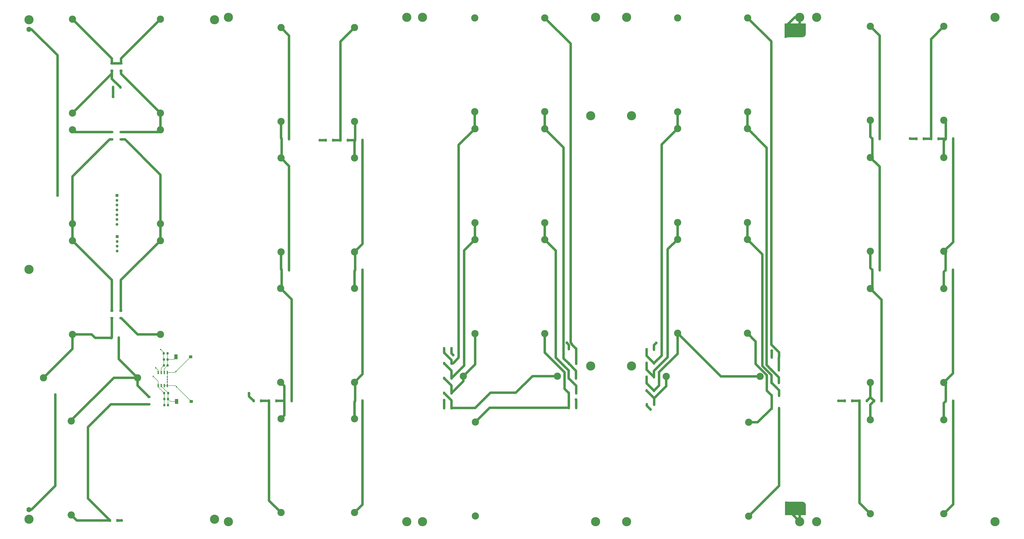
<source format=gbr>
%TF.GenerationSoftware,KiCad,Pcbnew,9.0.1*%
%TF.CreationDate,2025-04-05T22:38:14-07:00*%
%TF.ProjectId,FlexDeploySidePanels,466c6578-4465-4706-9c6f-795369646550,3.2*%
%TF.SameCoordinates,Original*%
%TF.FileFunction,Copper,L1,Top*%
%TF.FilePolarity,Positive*%
%FSLAX46Y46*%
G04 Gerber Fmt 4.6, Leading zero omitted, Abs format (unit mm)*
G04 Created by KiCad (PCBNEW 9.0.1) date 2025-04-05 22:38:14*
%MOMM*%
%LPD*%
G01*
G04 APERTURE LIST*
G04 Aperture macros list*
%AMRoundRect*
0 Rectangle with rounded corners*
0 $1 Rounding radius*
0 $2 $3 $4 $5 $6 $7 $8 $9 X,Y pos of 4 corners*
0 Add a 4 corners polygon primitive as box body*
4,1,4,$2,$3,$4,$5,$6,$7,$8,$9,$2,$3,0*
0 Add four circle primitives for the rounded corners*
1,1,$1+$1,$2,$3*
1,1,$1+$1,$4,$5*
1,1,$1+$1,$6,$7*
1,1,$1+$1,$8,$9*
0 Add four rect primitives between the rounded corners*
20,1,$1+$1,$2,$3,$4,$5,0*
20,1,$1+$1,$4,$5,$6,$7,0*
20,1,$1+$1,$6,$7,$8,$9,0*
20,1,$1+$1,$8,$9,$2,$3,0*%
G04 Aperture macros list end*
%TA.AperFunction,SMDPad,CuDef*%
%ADD10R,0.850000X1.200000*%
%TD*%
%TA.AperFunction,ComponentPad*%
%ADD11C,3.000000*%
%TD*%
%TA.AperFunction,SMDPad,CuDef*%
%ADD12RoundRect,0.200000X0.200000X0.275000X-0.200000X0.275000X-0.200000X-0.275000X0.200000X-0.275000X0*%
%TD*%
%TA.AperFunction,SMDPad,CuDef*%
%ADD13RoundRect,0.225000X0.225000X0.250000X-0.225000X0.250000X-0.225000X-0.250000X0.225000X-0.250000X0*%
%TD*%
%TA.AperFunction,ComponentPad*%
%ADD14R,1.150000X1.150000*%
%TD*%
%TA.AperFunction,ComponentPad*%
%ADD15C,1.150000*%
%TD*%
%TA.AperFunction,ComponentPad*%
%ADD16C,2.600000*%
%TD*%
%TA.AperFunction,ConnectorPad*%
%ADD17C,3.800000*%
%TD*%
%TA.AperFunction,SMDPad,CuDef*%
%ADD18R,1.200000X0.850000*%
%TD*%
%TA.AperFunction,SMDPad,CuDef*%
%ADD19RoundRect,0.175000X0.525000X0.825000X-0.525000X0.825000X-0.525000X-0.825000X0.525000X-0.825000X0*%
%TD*%
%TA.AperFunction,SMDPad,CuDef*%
%ADD20RoundRect,0.150000X0.550000X0.450000X-0.550000X0.450000X-0.550000X-0.450000X0.550000X-0.450000X0*%
%TD*%
%TA.AperFunction,SMDPad,CuDef*%
%ADD21R,0.533400X1.460500*%
%TD*%
%TA.AperFunction,SMDPad,CuDef*%
%ADD22C,2.100000*%
%TD*%
%TA.AperFunction,ViaPad*%
%ADD23C,0.600000*%
%TD*%
%TA.AperFunction,ViaPad*%
%ADD24C,1.200000*%
%TD*%
%TA.AperFunction,Conductor*%
%ADD25C,1.000000*%
%TD*%
%TA.AperFunction,Conductor*%
%ADD26C,0.200000*%
%TD*%
G04 APERTURE END LIST*
D10*
%TO.P,D15,1,C*%
%TO.N,Net-(D14-A)*%
X403625000Y-259375716D03*
%TO.P,D15,2,A*%
%TO.N,Net-(D15-A)*%
X400575000Y-259375716D03*
%TD*%
%TO.P,D7,1,C*%
%TO.N,Net-(D7-C)*%
X443025000Y-261574797D03*
%TO.P,D7,2,A*%
%TO.N,Net-(D6-C)*%
X446075000Y-261574797D03*
%TD*%
D11*
%TO.P,SC1,0,-*%
%TO.N,GND*%
X471950000Y-308454797D03*
%TO.P,SC1,1,+*%
%TO.N,Net-(D1-C)*%
X471950000Y-269454797D03*
%TD*%
D12*
%TO.P,R2,1*%
%TO.N,/Photodiodes and Op-Amp/IN2-*%
X149986000Y-241868000D03*
%TO.P,R2,2*%
%TO.N,/OUT2*%
X148336000Y-241868000D03*
%TD*%
D11*
%TO.P,SC21,0,-*%
%TO.N,Net-(D21-A)*%
X306400000Y-141450000D03*
%TO.P,SC21,1,+*%
%TO.N,Net-(D21-C)*%
X306400000Y-102450000D03*
%TD*%
%TO.P,SC38,0,-*%
%TO.N,Net-(D38-A)*%
X147000000Y-141999000D03*
%TO.P,SC38,1,+*%
%TO.N,Net-(D37-A)*%
X147000000Y-102999000D03*
%TD*%
D13*
%TO.P,C1,1*%
%TO.N,/Photodiodes and Op-Amp/IN1-*%
X150114000Y-263368000D03*
%TO.P,C1,2*%
%TO.N,/OUT1*%
X148564000Y-263368000D03*
%TD*%
D10*
%TO.P,D10,1,C*%
%TO.N,Net-(D10-C)*%
X348675000Y-251650000D03*
%TO.P,D10,2,A*%
%TO.N,Net-(D10-A)*%
X351725000Y-251650000D03*
%TD*%
D14*
%TO.P,J1,1,Pin_1*%
%TO.N,DEP SENSE*%
X128950000Y-176249999D03*
D15*
%TO.P,J1,2,Pin_2*%
%TO.N,VSOLAR*%
X128950000Y-178250000D03*
%TO.P,J1,3,Pin_3*%
X128950000Y-180249999D03*
%TO.P,J1,4,Pin_4*%
X128950000Y-182250000D03*
%TO.P,J1,5,Pin_5*%
%TO.N,GND*%
X128950000Y-184249998D03*
%TO.P,J1,6,Pin_6*%
X128950000Y-186249999D03*
%TO.P,J1,7,Pin_7*%
X128950000Y-188249998D03*
%TD*%
D11*
%TO.P,SC18,0,-*%
%TO.N,Net-(D18-A)*%
X277450000Y-194650000D03*
%TO.P,SC18,1,+*%
%TO.N,Net-(D17-A)*%
X277450000Y-233650000D03*
%TD*%
D10*
%TO.P,D45,1,C*%
%TO.N,VSOLAR*%
X430845000Y-261574797D03*
%TO.P,D45,2,A*%
%TO.N,Net-(D45-A)*%
X433895000Y-261574797D03*
%TD*%
%TO.P,D9,1,C*%
%TO.N,Net-(D43-A)*%
X348675000Y-257358571D03*
%TO.P,D9,2,A*%
%TO.N,Net-(D10-C)*%
X351725000Y-257358571D03*
%TD*%
D11*
%TO.P,SC13,0,-*%
%TO.N,Net-(D13-A)*%
X390600000Y-141500000D03*
%TO.P,SC13,1,+*%
%TO.N,Net-(D13-C)*%
X390600000Y-102500000D03*
%TD*%
D16*
%TO.P,H18,1,1*%
%TO.N,GND*%
X169450000Y-103250000D03*
D17*
X169450000Y-103250000D03*
%TD*%
D11*
%TO.P,SC17,0,-*%
%TO.N,Net-(D17-A)*%
X272650000Y-251300000D03*
%TO.P,SC17,1,+*%
%TO.N,Net-(D17-C)*%
X311650000Y-251300000D03*
%TD*%
D18*
%TO.P,D35,1,C*%
%TO.N,Net-(D34-A)*%
X126850000Y-227225000D03*
%TO.P,D35,2,A*%
%TO.N,Net-(D35-A)*%
X126850000Y-224175000D03*
%TD*%
%TO.P,D37,1,C*%
%TO.N,Net-(D37-C)*%
X126875000Y-124400000D03*
%TO.P,D37,2,A*%
%TO.N,Net-(D37-A)*%
X126875000Y-121350000D03*
%TD*%
D11*
%TO.P,SC11,0,-*%
%TO.N,Net-(D11-A)*%
X361500000Y-148500000D03*
%TO.P,SC11,1,+*%
%TO.N,Net-(D10-A)*%
X361500000Y-187500000D03*
%TD*%
%TO.P,SC25,0,-*%
%TO.N,Net-(D25-A)*%
X197000000Y-269000000D03*
%TO.P,SC25,1,+*%
%TO.N,Net-(D25-C)*%
X197000000Y-308000000D03*
%TD*%
D10*
%TO.P,D49,1,C*%
%TO.N,VSOLAR*%
X215600000Y-153300000D03*
%TO.P,D49,2,A*%
%TO.N,Net-(D29-C)*%
X218650000Y-153300000D03*
%TD*%
D12*
%TO.P,R1,1*%
%TO.N,/Photodiodes and Op-Amp/IN1-*%
X150164000Y-258348000D03*
%TO.P,R1,2*%
%TO.N,/OUT1*%
X148514000Y-258348000D03*
%TD*%
D10*
%TO.P,D13,1,C*%
%TO.N,Net-(D13-C)*%
X403550000Y-248758572D03*
%TO.P,D13,2,A*%
%TO.N,Net-(D13-A)*%
X400500000Y-248758572D03*
%TD*%
D13*
%TO.P,C3,1*%
%TO.N,/Photodiodes and Op-Amp/IN2-*%
X149936000Y-246888000D03*
%TO.P,C3,2*%
%TO.N,/OUT2*%
X148386000Y-246888000D03*
%TD*%
D16*
%TO.P,H21,1,1*%
%TO.N,GND*%
X92450000Y-310750000D03*
D17*
X92450000Y-310750000D03*
%TD*%
D19*
%TO.P,D51,1,K*%
%TO.N,/Photodiodes and Op-Amp/IN1-*%
X153668000Y-261874000D03*
D20*
%TO.P,D51,2,A*%
%TO.N,GND*%
X159768000Y-261874000D03*
%TD*%
D11*
%TO.P,SC34,0,-*%
%TO.N,Net-(D34-A)*%
X98500000Y-252000000D03*
%TO.P,SC34,1,+*%
%TO.N,Net-(D33-A)*%
X137500000Y-252000000D03*
%TD*%
D16*
%TO.P,H8,1,1*%
%TO.N,GND*%
X340400000Y-311750000D03*
D17*
X340400000Y-311750000D03*
%TD*%
D11*
%TO.P,SC20,0,-*%
%TO.N,GND*%
X277400000Y-102450000D03*
%TO.P,SC20,1,+*%
%TO.N,Net-(D19-A)*%
X277400000Y-141450000D03*
%TD*%
%TO.P,SC6,0,-*%
%TO.N,Net-(D5-C)*%
X441450000Y-160454797D03*
%TO.P,SC6,1,+*%
%TO.N,Net-(D6-C)*%
X441450000Y-199454797D03*
%TD*%
D10*
%TO.P,D43,1,C*%
%TO.N,VSOLAR*%
X348725000Y-263108571D03*
%TO.P,D43,2,A*%
%TO.N,Net-(D43-A)*%
X351775000Y-263108571D03*
%TD*%
D11*
%TO.P,SC10,0,-*%
%TO.N,Net-(D10-A)*%
X361500000Y-194500000D03*
%TO.P,SC10,1,+*%
%TO.N,Net-(D10-C)*%
X361500000Y-233500000D03*
%TD*%
D10*
%TO.P,D41,1,C*%
%TO.N,VSOLAR*%
X185650000Y-261620000D03*
%TO.P,D41,2,A*%
%TO.N,Net-(D25-C)*%
X188700000Y-261620000D03*
%TD*%
%TO.P,D24,1,C*%
%TO.N,Net-(D23-A)*%
X316360000Y-264430000D03*
%TO.P,D24,2,A*%
%TO.N,GND*%
X319410000Y-264430000D03*
%TD*%
D18*
%TO.P,D36,1,C*%
%TO.N,Net-(D35-A)*%
X126850000Y-152975000D03*
%TO.P,D36,2,A*%
%TO.N,GND*%
X126850000Y-149925000D03*
%TD*%
D16*
%TO.P,H1,1,1*%
%TO.N,GND*%
X493200000Y-311750000D03*
D17*
X493200000Y-311750000D03*
%TD*%
D11*
%TO.P,SC30,0,-*%
%TO.N,Net-(D30-A)*%
X227500000Y-199666666D03*
%TO.P,SC30,1,+*%
%TO.N,Net-(D29-A)*%
X227500000Y-160666666D03*
%TD*%
D10*
%TO.P,D11,1,C*%
%TO.N,Net-(D10-A)*%
X348675000Y-245941429D03*
%TO.P,D11,2,A*%
%TO.N,Net-(D11-A)*%
X351725000Y-245941429D03*
%TD*%
D16*
%TO.P,H9,1,1*%
%TO.N,GND*%
X327500000Y-311750000D03*
D17*
X327500000Y-311750000D03*
%TD*%
D21*
%TO.P,U1,1*%
%TO.N,/OUT1*%
X146020850Y-255250000D03*
%TO.P,U1,2,-*%
%TO.N,/Photodiodes and Op-Amp/IN1-*%
X147290850Y-255250000D03*
%TO.P,U1,3,+*%
%TO.N,GND*%
X148560850Y-255250000D03*
%TO.P,U1,4,V-*%
X149830850Y-255250000D03*
%TO.P,U1,5,+*%
X149830850Y-249801700D03*
%TO.P,U1,6,-*%
%TO.N,/Photodiodes and Op-Amp/IN2-*%
X148560850Y-249801700D03*
%TO.P,U1,7*%
%TO.N,/OUT2*%
X147290850Y-249801700D03*
%TO.P,U1,8,V+*%
%TO.N,/3V3*%
X146020850Y-249801700D03*
%TD*%
D16*
%TO.P,H5,1,1*%
%TO.N,GND*%
X412200000Y-311750000D03*
D17*
X412200000Y-311750000D03*
%TD*%
D16*
%TO.P,H7,1,1*%
%TO.N,GND*%
X340400000Y-102250000D03*
D17*
X340400000Y-102250000D03*
%TD*%
D10*
%TO.P,D27,1,C*%
%TO.N,Net-(D26-A)*%
X197311000Y-207250000D03*
%TO.P,D27,2,A*%
%TO.N,Net-(D27-A)*%
X200361000Y-207250000D03*
%TD*%
D16*
%TO.P,H24,1,1*%
%TO.N,GND*%
X342400000Y-247100000D03*
D17*
X342400000Y-247100000D03*
%TD*%
D10*
%TO.P,D28,1,C*%
%TO.N,Net-(D27-A)*%
X197311000Y-152750000D03*
%TO.P,D28,2,A*%
%TO.N,GND*%
X200361000Y-152750000D03*
%TD*%
D11*
%TO.P,SC16,0,-*%
%TO.N,GND*%
X391000000Y-309510000D03*
%TO.P,SC16,1,+*%
%TO.N,Net-(D15-A)*%
X391000000Y-270510000D03*
%TD*%
D16*
%TO.P,H16,1,1*%
%TO.N,GND*%
X175200000Y-311750000D03*
D17*
X175200000Y-311750000D03*
%TD*%
D11*
%TO.P,SC9,0,-*%
%TO.N,Net-(D10-C)*%
X395750000Y-251460000D03*
%TO.P,SC9,1,+*%
%TO.N,Net-(D43-A)*%
X356750000Y-251460000D03*
%TD*%
D16*
%TO.P,H14,1,1*%
%TO.N,GND*%
X249200000Y-102250000D03*
D17*
X249200000Y-102250000D03*
%TD*%
D10*
%TO.P,D12,1,C*%
%TO.N,Net-(D11-A)*%
X348675000Y-240232858D03*
%TO.P,D12,2,A*%
%TO.N,GND*%
X351725000Y-240232858D03*
%TD*%
%TO.P,D5,1,C*%
%TO.N,Net-(D5-C)*%
X442275000Y-152704797D03*
%TO.P,D5,2,A*%
%TO.N,GND*%
X445325000Y-152704797D03*
%TD*%
%TO.P,D47,1,C*%
%TO.N,VSOLAR*%
X316360000Y-240010000D03*
%TO.P,D47,2,A*%
%TO.N,Net-(D21-C)*%
X319410000Y-240010000D03*
%TD*%
D18*
%TO.P,D40,1,C*%
%TO.N,Net-(D39-A)*%
X130600000Y-224175000D03*
%TO.P,D40,2,A*%
%TO.N,GND*%
X130600000Y-227225000D03*
%TD*%
D10*
%TO.P,D26,1,C*%
%TO.N,Net-(D25-A)*%
X198400000Y-261600000D03*
%TO.P,D26,2,A*%
%TO.N,Net-(D26-A)*%
X201450000Y-261600000D03*
%TD*%
D11*
%TO.P,SC26,0,-*%
%TO.N,Net-(D26-A)*%
X196850000Y-214833332D03*
%TO.P,SC26,1,+*%
%TO.N,Net-(D25-A)*%
X196850000Y-253833332D03*
%TD*%
D16*
%TO.P,H6,1,1*%
%TO.N,GND*%
X412200000Y-102250000D03*
D17*
X412200000Y-102250000D03*
%TD*%
D16*
%TO.P,H22,1,1*%
%TO.N,GND*%
X342400000Y-143100000D03*
D17*
X342400000Y-143100000D03*
%TD*%
D10*
%TO.P,D44,1,C*%
%TO.N,VSOLAR*%
X264680000Y-264580000D03*
%TO.P,D44,2,A*%
%TO.N,Net-(D17-C)*%
X267730000Y-264580000D03*
%TD*%
D16*
%TO.P,H13,1,1*%
%TO.N,GND*%
X249200000Y-311750000D03*
D17*
X249200000Y-311750000D03*
%TD*%
D16*
%TO.P,H19,1,1*%
%TO.N,GND*%
X92456000Y-103251000D03*
D17*
X92456000Y-103251000D03*
%TD*%
D10*
%TO.P,D21,1,C*%
%TO.N,Net-(D21-C)*%
X319410000Y-246115000D03*
%TO.P,D21,2,A*%
%TO.N,Net-(D21-A)*%
X316360000Y-246115000D03*
%TD*%
D11*
%TO.P,SC7,0,-*%
%TO.N,Net-(D6-C)*%
X441450000Y-214954797D03*
%TO.P,SC7,1,+*%
%TO.N,Net-(D7-C)*%
X441450000Y-253954797D03*
%TD*%
D10*
%TO.P,D46,1,C*%
%TO.N,VSOLAR*%
X460550000Y-152700000D03*
%TO.P,D46,2,A*%
%TO.N,Net-(D4-C)*%
X463600000Y-152700000D03*
%TD*%
%TO.P,D19,1,C*%
%TO.N,Net-(D18-A)*%
X264680000Y-245995000D03*
%TO.P,D19,2,A*%
%TO.N,Net-(D19-A)*%
X267730000Y-245995000D03*
%TD*%
D16*
%TO.P,H25,1,1*%
%TO.N,GND*%
X325500000Y-247100000D03*
D17*
X325500000Y-247100000D03*
%TD*%
D11*
%TO.P,SC14,0,-*%
%TO.N,Net-(D14-A)*%
X390500000Y-187500000D03*
%TO.P,SC14,1,+*%
%TO.N,Net-(D13-A)*%
X390500000Y-148500000D03*
%TD*%
D18*
%TO.P,D33,1,C*%
%TO.N,Net-(D33-C)*%
X142250000Y-263025000D03*
%TO.P,D33,2,A*%
%TO.N,Net-(D33-A)*%
X142250000Y-259975000D03*
%TD*%
D14*
%TO.P,J4,1,Pin_1*%
%TO.N,/OUT2*%
X129000000Y-193350000D03*
D15*
%TO.P,J4,2,Pin_2*%
%TO.N,/OUT1*%
X129000000Y-195350000D03*
%TO.P,J4,3,Pin_3*%
%TO.N,GND*%
X129000000Y-197350000D03*
%TO.P,J4,4,Pin_4*%
%TO.N,/3V3*%
X129000000Y-199350000D03*
%TD*%
D16*
%TO.P,H4,1,1*%
%TO.N,GND*%
X419220000Y-311750000D03*
D17*
X419220000Y-311750000D03*
%TD*%
D11*
%TO.P,SC37,0,-*%
%TO.N,Net-(D37-A)*%
X110500000Y-103000000D03*
%TO.P,SC37,1,+*%
%TO.N,Net-(D37-C)*%
X110500000Y-142000000D03*
%TD*%
%TO.P,SC39,0,-*%
%TO.N,Net-(D39-A)*%
X147000000Y-188000000D03*
%TO.P,SC39,1,+*%
%TO.N,Net-(D38-A)*%
X147000000Y-149000000D03*
%TD*%
D10*
%TO.P,D32,1,C*%
%TO.N,Net-(D31-A)*%
X227791000Y-261620000D03*
%TO.P,D32,2,A*%
%TO.N,GND*%
X230841000Y-261620000D03*
%TD*%
D11*
%TO.P,SC35,0,-*%
%TO.N,Net-(D35-A)*%
X110500000Y-195000000D03*
%TO.P,SC35,1,+*%
%TO.N,Net-(D34-A)*%
X110500000Y-234000000D03*
%TD*%
D16*
%TO.P,H23,1,1*%
%TO.N,GND*%
X325500000Y-143100000D03*
D17*
X325500000Y-143100000D03*
%TD*%
D11*
%TO.P,SC15,0,-*%
%TO.N,Net-(D15-A)*%
X390500000Y-233500000D03*
%TO.P,SC15,1,+*%
%TO.N,Net-(D14-A)*%
X390500000Y-194500000D03*
%TD*%
%TO.P,SC28,0,-*%
%TO.N,GND*%
X197000000Y-106500000D03*
%TO.P,SC28,1,+*%
%TO.N,Net-(D27-A)*%
X197000000Y-145500000D03*
%TD*%
D18*
%TO.P,D38,1,C*%
%TO.N,Net-(D37-A)*%
X130650000Y-121350000D03*
%TO.P,D38,2,A*%
%TO.N,Net-(D38-A)*%
X130650000Y-124400000D03*
%TD*%
D11*
%TO.P,SC3,0,-*%
%TO.N,Net-(D2-C)*%
X471950000Y-199454797D03*
%TO.P,SC3,1,+*%
%TO.N,Net-(D3-C)*%
X471950000Y-160454797D03*
%TD*%
%TO.P,SC32,0,-*%
%TO.N,GND*%
X227500000Y-308000000D03*
%TO.P,SC32,1,+*%
%TO.N,Net-(D31-A)*%
X227500000Y-269000000D03*
%TD*%
D16*
%TO.P,H15,1,1*%
%TO.N,GND*%
X175200000Y-102250000D03*
D17*
X175200000Y-102250000D03*
%TD*%
D10*
%TO.P,D3,1,C*%
%TO.N,Net-(D3-C)*%
X472755000Y-152704797D03*
%TO.P,D3,2,A*%
%TO.N,Net-(D2-C)*%
X475805000Y-152704797D03*
%TD*%
D11*
%TO.P,SC31,0,-*%
%TO.N,Net-(D31-A)*%
X227500000Y-253833332D03*
%TO.P,SC31,1,+*%
%TO.N,Net-(D30-A)*%
X227500000Y-214833332D03*
%TD*%
%TO.P,SC5,0,-*%
%TO.N,GND*%
X441450000Y-105954797D03*
%TO.P,SC5,1,+*%
%TO.N,Net-(D5-C)*%
X441450000Y-144954797D03*
%TD*%
D10*
%TO.P,D23,1,C*%
%TO.N,Net-(D22-A)*%
X319410000Y-258325000D03*
%TO.P,D23,2,A*%
%TO.N,Net-(D23-A)*%
X316360000Y-258325000D03*
%TD*%
%TO.P,D1,1,C*%
%TO.N,Net-(D1-C)*%
X472775000Y-261704797D03*
%TO.P,D1,2,A*%
%TO.N,GND*%
X475825000Y-261704797D03*
%TD*%
D22*
%TO.P,J3,1*%
%TO.N,DEP SENSE*%
X92450000Y-306750000D03*
%TD*%
D16*
%TO.P,H12,1,1*%
%TO.N,GND*%
X255700000Y-311750000D03*
D17*
X255700000Y-311750000D03*
%TD*%
D11*
%TO.P,SC19,0,-*%
%TO.N,Net-(D19-A)*%
X277450000Y-148550000D03*
%TO.P,SC19,1,+*%
%TO.N,Net-(D18-A)*%
X277450000Y-187550000D03*
%TD*%
D10*
%TO.P,D50,1,C*%
%TO.N,VSOLAR*%
X127350000Y-131300000D03*
%TO.P,D50,2,A*%
%TO.N,Net-(D37-C)*%
X130400000Y-131300000D03*
%TD*%
%TO.P,D29,1,C*%
%TO.N,Net-(D29-C)*%
X221675000Y-153300000D03*
%TO.P,D29,2,A*%
%TO.N,Net-(D29-A)*%
X224725000Y-153300000D03*
%TD*%
D11*
%TO.P,SC22,0,-*%
%TO.N,Net-(D22-A)*%
X306450000Y-187550000D03*
%TO.P,SC22,1,+*%
%TO.N,Net-(D21-A)*%
X306450000Y-148550000D03*
%TD*%
D16*
%TO.P,H17,1,1*%
%TO.N,GND*%
X169450000Y-310769000D03*
D17*
X169450000Y-310769000D03*
%TD*%
D11*
%TO.P,SC12,0,-*%
%TO.N,GND*%
X361500000Y-102500000D03*
%TO.P,SC12,1,+*%
%TO.N,Net-(D11-A)*%
X361500000Y-141500000D03*
%TD*%
D16*
%TO.P,H3,1,1*%
%TO.N,GND*%
X419200000Y-102250000D03*
D17*
X419200000Y-102250000D03*
%TD*%
D11*
%TO.P,SC8,0,-*%
%TO.N,Net-(D7-C)*%
X441450000Y-269454797D03*
%TO.P,SC8,1,+*%
%TO.N,Net-(D45-A)*%
X441450000Y-308454797D03*
%TD*%
D10*
%TO.P,D42,1,C*%
%TO.N,VSOLAR*%
X129090000Y-311250000D03*
%TO.P,D42,2,A*%
%TO.N,Net-(D33-C)*%
X126040000Y-311250000D03*
%TD*%
%TO.P,D30,1,C*%
%TO.N,Net-(D29-A)*%
X227766000Y-153300000D03*
%TO.P,D30,2,A*%
%TO.N,Net-(D30-A)*%
X230816000Y-153300000D03*
%TD*%
%TO.P,D2,1,C*%
%TO.N,Net-(D2-C)*%
X472735000Y-207204797D03*
%TO.P,D2,2,A*%
%TO.N,Net-(D1-C)*%
X475785000Y-207204797D03*
%TD*%
%TO.P,D25,1,C*%
%TO.N,Net-(D25-C)*%
X192050000Y-261600000D03*
%TO.P,D25,2,A*%
%TO.N,Net-(D25-A)*%
X195100000Y-261600000D03*
%TD*%
D22*
%TO.P,J2,1*%
%TO.N,DEP SENSE*%
X92450000Y-107200000D03*
%TD*%
D16*
%TO.P,H2,1,1*%
%TO.N,GND*%
X493200000Y-102250000D03*
D17*
X493200000Y-102250000D03*
%TD*%
D11*
%TO.P,SC33,0,-*%
%TO.N,Net-(D33-A)*%
X110000000Y-270000000D03*
%TO.P,SC33,1,+*%
%TO.N,Net-(D33-C)*%
X110000000Y-309000000D03*
%TD*%
D10*
%TO.P,D20,1,C*%
%TO.N,Net-(D19-A)*%
X264680000Y-239800000D03*
%TO.P,D20,2,A*%
%TO.N,GND*%
X267730000Y-239800000D03*
%TD*%
D11*
%TO.P,SC24,0,-*%
%TO.N,GND*%
X277600000Y-309400000D03*
%TO.P,SC24,1,+*%
%TO.N,Net-(D23-A)*%
X277600000Y-270400000D03*
%TD*%
%TO.P,SC4,0,-*%
%TO.N,Net-(D3-C)*%
X471950000Y-144954797D03*
%TO.P,SC4,1,+*%
%TO.N,Net-(D4-C)*%
X471950000Y-105954797D03*
%TD*%
%TO.P,SC36,0,-*%
%TO.N,GND*%
X110500000Y-149000000D03*
%TO.P,SC36,1,+*%
%TO.N,Net-(D35-A)*%
X110500000Y-188000000D03*
%TD*%
D16*
%TO.P,H11,1,1*%
%TO.N,GND*%
X255700000Y-102250000D03*
D17*
X255700000Y-102250000D03*
%TD*%
D10*
%TO.P,D48,1,C*%
%TO.N,VSOLAR*%
X400525000Y-243450000D03*
%TO.P,D48,2,A*%
%TO.N,Net-(D13-C)*%
X403575000Y-243450000D03*
%TD*%
D16*
%TO.P,H10,1,1*%
%TO.N,GND*%
X327500000Y-102250000D03*
D17*
X327500000Y-102250000D03*
%TD*%
D11*
%TO.P,SC23,0,-*%
%TO.N,Net-(D23-A)*%
X306450000Y-233650000D03*
%TO.P,SC23,1,+*%
%TO.N,Net-(D22-A)*%
X306450000Y-194650000D03*
%TD*%
%TO.P,SC2,0,-*%
%TO.N,Net-(D1-C)*%
X471950000Y-253954797D03*
%TO.P,SC2,1,+*%
%TO.N,Net-(D2-C)*%
X471950000Y-214954797D03*
%TD*%
D10*
%TO.P,D17,1,C*%
%TO.N,Net-(D17-C)*%
X264680000Y-258385000D03*
%TO.P,D17,2,A*%
%TO.N,Net-(D17-A)*%
X267730000Y-258385000D03*
%TD*%
D19*
%TO.P,D52,1,K*%
%TO.N,/Photodiodes and Op-Amp/IN2-*%
X153420000Y-243332000D03*
D20*
%TO.P,D52,2,A*%
%TO.N,GND*%
X159520000Y-243332000D03*
%TD*%
D10*
%TO.P,D16,1,C*%
%TO.N,Net-(D15-A)*%
X400585000Y-264684288D03*
%TO.P,D16,2,A*%
%TO.N,GND*%
X403635000Y-264684288D03*
%TD*%
%TO.P,D6,1,C*%
%TO.N,Net-(D6-C)*%
X442275000Y-207204797D03*
%TO.P,D6,2,A*%
%TO.N,Net-(D5-C)*%
X445325000Y-207204797D03*
%TD*%
%TO.P,D14,1,C*%
%TO.N,Net-(D13-A)*%
X403550000Y-254067144D03*
%TO.P,D14,2,A*%
%TO.N,Net-(D14-A)*%
X400500000Y-254067144D03*
%TD*%
D13*
%TO.P,C4,1*%
%TO.N,/Photodiodes and Op-Amp/IN2-*%
X149936000Y-244378000D03*
%TO.P,C4,2*%
%TO.N,/OUT2*%
X148386000Y-244378000D03*
%TD*%
D11*
%TO.P,SC40,0,-*%
%TO.N,GND*%
X147000000Y-234000000D03*
%TO.P,SC40,1,+*%
%TO.N,Net-(D39-A)*%
X147000000Y-195000000D03*
%TD*%
D10*
%TO.P,D4,1,C*%
%TO.N,Net-(D4-C)*%
X466650000Y-152700000D03*
%TO.P,D4,2,A*%
%TO.N,Net-(D3-C)*%
X469700000Y-152700000D03*
%TD*%
%TO.P,D34,1,C*%
%TO.N,Net-(D33-A)*%
X129750000Y-235425000D03*
%TO.P,D34,2,A*%
%TO.N,Net-(D34-A)*%
X126700000Y-235425000D03*
%TD*%
%TO.P,D18,1,C*%
%TO.N,Net-(D17-A)*%
X264680000Y-252190000D03*
%TO.P,D18,2,A*%
%TO.N,Net-(D18-A)*%
X267730000Y-252190000D03*
%TD*%
%TO.P,D31,1,C*%
%TO.N,Net-(D30-A)*%
X227791000Y-207250000D03*
%TO.P,D31,2,A*%
%TO.N,Net-(D31-A)*%
X230841000Y-207250000D03*
%TD*%
D11*
%TO.P,SC27,0,-*%
%TO.N,Net-(D27-A)*%
X197000000Y-160666666D03*
%TO.P,SC27,1,+*%
%TO.N,Net-(D26-A)*%
X197000000Y-199666666D03*
%TD*%
D16*
%TO.P,H20,1,1*%
%TO.N,GND*%
X92450000Y-207000000D03*
D17*
X92450000Y-207000000D03*
%TD*%
D18*
%TO.P,D39,1,C*%
%TO.N,Net-(D38-A)*%
X130625000Y-149925000D03*
%TO.P,D39,2,A*%
%TO.N,Net-(D39-A)*%
X130625000Y-152975000D03*
%TD*%
D10*
%TO.P,D22,1,C*%
%TO.N,Net-(D21-A)*%
X319390000Y-252220000D03*
%TO.P,D22,2,A*%
%TO.N,Net-(D22-A)*%
X316340000Y-252220000D03*
%TD*%
D13*
%TO.P,C2,1*%
%TO.N,/Photodiodes and Op-Amp/IN1-*%
X150114000Y-260858000D03*
%TO.P,C2,2*%
%TO.N,/OUT1*%
X148564000Y-260858000D03*
%TD*%
D11*
%TO.P,SC29,0,-*%
%TO.N,Net-(D29-A)*%
X227500000Y-145500000D03*
%TO.P,SC29,1,+*%
%TO.N,Net-(D29-C)*%
X227500000Y-106500000D03*
%TD*%
D10*
%TO.P,D8,1,C*%
%TO.N,Net-(D45-A)*%
X436950000Y-261574797D03*
%TO.P,D8,2,A*%
%TO.N,Net-(D7-C)*%
X440000000Y-261574797D03*
%TD*%
D23*
%TO.N,GND*%
X153416000Y-249428000D03*
D24*
X352660000Y-237550000D03*
D23*
X153670000Y-255778000D03*
X149860000Y-253746000D03*
X149860000Y-252730000D03*
D24*
X319380000Y-261070000D03*
D23*
X149860000Y-251714000D03*
D24*
X268380000Y-242540000D03*
%TO.N,VSOLAR*%
X350300000Y-265150000D03*
X183750000Y-258450000D03*
X130900000Y-311250000D03*
X315530000Y-237490000D03*
X458000000Y-152650000D03*
X127375000Y-135225000D03*
X213150000Y-153300000D03*
X264700000Y-261300000D03*
X428250000Y-261550000D03*
X400525000Y-240775000D03*
%TO.N,DEP SENSE*%
X103400000Y-259000000D03*
X104300000Y-176276000D03*
D23*
%TO.N,/OUT1*%
X144018000Y-251460000D03*
%TO.N,/OUT2*%
X147066000Y-240284000D03*
%TO.N,/3V3*%
X145034000Y-247904000D03*
%TD*%
D25*
%TO.N,GND*%
X445325000Y-109829797D02*
X441450000Y-105954797D01*
X391000000Y-309510000D02*
X403635000Y-296875000D01*
X111425000Y-149925000D02*
X110500000Y-149000000D01*
D26*
X149830850Y-252759150D02*
X149830850Y-253716850D01*
X149860000Y-252730000D02*
X149830850Y-252759150D01*
D25*
X267730000Y-239800000D02*
X267730000Y-241890000D01*
D26*
X153670000Y-255776000D02*
X153670000Y-255778000D01*
D25*
X412200000Y-102250000D02*
X412200000Y-105550000D01*
X408800000Y-308350000D02*
X407250000Y-308350000D01*
X410150000Y-102250000D02*
X406750000Y-105650000D01*
D26*
X149830850Y-255250000D02*
X148560850Y-255250000D01*
D25*
X126850000Y-149925000D02*
X111425000Y-149925000D01*
X475825000Y-261704797D02*
X475825000Y-304579797D01*
D26*
X153416000Y-249428000D02*
X153416000Y-249436000D01*
X149830850Y-251743150D02*
X149830850Y-252700850D01*
D25*
X475825000Y-304579797D02*
X471950000Y-308454797D01*
X200361000Y-109861000D02*
X200361000Y-152750000D01*
D26*
X153424000Y-249428000D02*
X153416000Y-249428000D01*
D25*
X227500000Y-308000000D02*
X230841000Y-304659000D01*
X319410000Y-264430000D02*
X319410000Y-261100000D01*
X137480000Y-234000000D02*
X130705000Y-227225000D01*
X197000000Y-106500000D02*
X200361000Y-109861000D01*
D26*
X149830850Y-253716850D02*
X149860000Y-253746000D01*
D25*
X412200000Y-102250000D02*
X410150000Y-102250000D01*
D26*
X153050300Y-249801700D02*
X149830850Y-249801700D01*
X149830850Y-251684850D02*
X149860000Y-251714000D01*
D25*
X319410000Y-261100000D02*
X319380000Y-261070000D01*
D26*
X149830850Y-249801700D02*
X149830850Y-251684850D01*
X149860000Y-253746000D02*
X149830850Y-253775150D01*
D25*
X147000000Y-234000000D02*
X137480000Y-234000000D01*
X230841000Y-304659000D02*
X230841000Y-261620000D01*
X351725000Y-240232858D02*
X351725000Y-238485000D01*
D26*
X149860000Y-251714000D02*
X149830850Y-251743150D01*
D25*
X412200000Y-311750000D02*
X412200000Y-308950000D01*
X351725000Y-238485000D02*
X352660000Y-237550000D01*
X412200000Y-311750000D02*
X408800000Y-308350000D01*
D26*
X153670000Y-255778000D02*
X153672000Y-255778000D01*
X149830850Y-255250000D02*
X153144000Y-255250000D01*
X153416000Y-249436000D02*
X153050300Y-249801700D01*
D25*
X267730000Y-241890000D02*
X268380000Y-242540000D01*
D26*
X153144000Y-255250000D02*
X153670000Y-255776000D01*
D25*
X445325000Y-152704797D02*
X445325000Y-109829797D01*
X130705000Y-227225000D02*
X130600000Y-227225000D01*
D26*
X149830850Y-252700850D02*
X149860000Y-252730000D01*
X153672000Y-255778000D02*
X159768000Y-261874000D01*
X149830850Y-253775150D02*
X149830850Y-255250000D01*
D25*
X403635000Y-296875000D02*
X403635000Y-264684288D01*
D26*
X159520000Y-243332000D02*
X153424000Y-249428000D01*
D25*
%TO.N,VSOLAR*%
X458050000Y-152700000D02*
X458000000Y-152650000D01*
X183750000Y-258450000D02*
X183750000Y-259720000D01*
X129090000Y-311250000D02*
X130900000Y-311250000D01*
X430845000Y-261574797D02*
X428274797Y-261574797D01*
X264680000Y-261320000D02*
X264700000Y-261300000D01*
X127350000Y-131300000D02*
X127350000Y-135200000D01*
X316360000Y-240010000D02*
X316360000Y-238320000D01*
X428274797Y-261574797D02*
X428250000Y-261550000D01*
X215600000Y-153300000D02*
X213150000Y-153300000D01*
X460550000Y-152700000D02*
X458050000Y-152700000D01*
X400525000Y-243450000D02*
X400525000Y-240775000D01*
X348725000Y-263108571D02*
X348725000Y-263575000D01*
X127350000Y-135200000D02*
X127375000Y-135225000D01*
X316360000Y-238320000D02*
X315530000Y-237490000D01*
X264680000Y-264580000D02*
X264680000Y-261320000D01*
X348725000Y-263575000D02*
X350300000Y-265150000D01*
X183750000Y-259720000D02*
X185650000Y-261620000D01*
%TO.N,Net-(D1-C)*%
X471950000Y-253954797D02*
X475785000Y-250119797D01*
X472775000Y-261704797D02*
X472775000Y-254779797D01*
X471950000Y-269454797D02*
X471950000Y-262529797D01*
X475785000Y-250119797D02*
X475785000Y-207204797D01*
X472775000Y-254779797D02*
X471950000Y-253954797D01*
X471950000Y-262529797D02*
X472775000Y-261704797D01*
%TO.N,Net-(D2-C)*%
X471950000Y-207989797D02*
X472735000Y-207204797D01*
X471950000Y-214954797D02*
X471950000Y-207989797D01*
X471950000Y-199454797D02*
X475805000Y-195599797D01*
X475805000Y-195599797D02*
X475805000Y-152704797D01*
X472735000Y-200239797D02*
X471950000Y-199454797D01*
X472735000Y-207204797D02*
X472735000Y-200239797D01*
%TO.N,Net-(D3-C)*%
X471950000Y-153509797D02*
X472755000Y-152704797D01*
X469704797Y-152704797D02*
X469700000Y-152700000D01*
X471950000Y-160454797D02*
X471950000Y-153509797D01*
X472755000Y-152704797D02*
X469704797Y-152704797D01*
X472755000Y-145759797D02*
X471950000Y-144954797D01*
X472755000Y-152704797D02*
X472755000Y-145759797D01*
%TO.N,Net-(D4-C)*%
X466650000Y-152700000D02*
X466650000Y-111254797D01*
X466650000Y-152700000D02*
X463600000Y-152700000D01*
X466650000Y-111254797D02*
X471950000Y-105954797D01*
%TO.N,Net-(D5-C)*%
X441450000Y-160454797D02*
X445325000Y-164329797D01*
X442275000Y-159629797D02*
X441450000Y-160454797D01*
X445325000Y-164329797D02*
X445325000Y-207204797D01*
X442275000Y-152704797D02*
X442275000Y-159629797D01*
X441450000Y-151879797D02*
X442275000Y-152704797D01*
X441450000Y-144954797D02*
X441450000Y-151879797D01*
%TO.N,Net-(D6-C)*%
X446075000Y-261574797D02*
X446075000Y-219579797D01*
X441450000Y-206379797D02*
X442275000Y-207204797D01*
X442275000Y-207204797D02*
X442275000Y-214129797D01*
X441450000Y-199454797D02*
X441450000Y-206379797D01*
X442275000Y-214129797D02*
X441450000Y-214954797D01*
X446075000Y-219579797D02*
X441450000Y-214954797D01*
%TO.N,Net-(D7-C)*%
X441450000Y-253954797D02*
X441450000Y-260124797D01*
X441450000Y-260124797D02*
X441575000Y-260124797D01*
X441450000Y-269454797D02*
X441450000Y-263149797D01*
X441450000Y-263149797D02*
X443025000Y-261574797D01*
X441575000Y-260124797D02*
X443025000Y-261574797D01*
X441450000Y-260124797D02*
X440000000Y-261574797D01*
%TO.N,Net-(D45-A)*%
X436950000Y-261574797D02*
X433895000Y-261574797D01*
X436950000Y-303954797D02*
X441450000Y-308454797D01*
X436950000Y-261574797D02*
X436950000Y-303954797D01*
%TO.N,Net-(D10-C)*%
X353850000Y-255233571D02*
X353850000Y-249675000D01*
X361500000Y-242025000D02*
X361500000Y-233500000D01*
X395750000Y-251460000D02*
X379460000Y-251460000D01*
X353850000Y-249675000D02*
X361500000Y-242025000D01*
X348675000Y-254308571D02*
X351725000Y-257358571D01*
X379460000Y-251460000D02*
X361500000Y-233500000D01*
X351725000Y-257358571D02*
X353850000Y-255233571D01*
X348675000Y-251650000D02*
X348675000Y-254308571D01*
%TO.N,Net-(D43-A)*%
X351775000Y-263108571D02*
X351775000Y-260458571D01*
X356750000Y-255483571D02*
X356750000Y-251460000D01*
X351775000Y-260458571D02*
X348675000Y-257358571D01*
X351775000Y-260458571D02*
X356750000Y-255483571D01*
%TO.N,Net-(D10-A)*%
X351725000Y-249100000D02*
X357400000Y-243425000D01*
X348675000Y-245941429D02*
X348675000Y-248600000D01*
X348675000Y-248600000D02*
X351725000Y-251650000D01*
X357400000Y-198600000D02*
X361500000Y-194500000D01*
X361500000Y-194500000D02*
X361500000Y-187500000D01*
X357400000Y-243425000D02*
X357400000Y-198600000D01*
X351725000Y-251650000D02*
X351725000Y-249100000D01*
%TO.N,Net-(D11-A)*%
X354910000Y-155090000D02*
X361500000Y-148500000D01*
X361500000Y-148500000D02*
X361500000Y-141500000D01*
X348675000Y-242891429D02*
X351725000Y-245941429D01*
X354910000Y-242756429D02*
X354910000Y-155090000D01*
X351725000Y-245941429D02*
X354910000Y-242756429D01*
X348675000Y-240232858D02*
X348675000Y-242891429D01*
%TO.N,Net-(D13-A)*%
X390500000Y-148500000D02*
X390500000Y-141600000D01*
X403550000Y-251808572D02*
X400500000Y-248758572D01*
X398450000Y-156400000D02*
X390550000Y-148500000D01*
X398450000Y-246708572D02*
X398450000Y-156400000D01*
X390500000Y-141600000D02*
X390600000Y-141500000D01*
X400500000Y-248758572D02*
X398450000Y-246708572D01*
X390550000Y-148500000D02*
X390500000Y-148500000D01*
X403550000Y-254067144D02*
X403550000Y-251808572D01*
%TO.N,Net-(D14-A)*%
X396664582Y-247089582D02*
X400500000Y-250925000D01*
X400500000Y-250925000D02*
X400500000Y-254067144D01*
X403625000Y-259375716D02*
X403625000Y-257192144D01*
X390500000Y-194500000D02*
X396664582Y-200664582D01*
X403625000Y-257192144D02*
X400500000Y-254067144D01*
X390500000Y-187500000D02*
X390500000Y-194500000D01*
X396664582Y-200664582D02*
X396664582Y-247089582D01*
%TO.N,Net-(D15-A)*%
X393900000Y-246225000D02*
X393900000Y-236900000D01*
X398550000Y-250875000D02*
X393900000Y-246225000D01*
X400575000Y-259375716D02*
X398550000Y-257350716D01*
X400575000Y-259375716D02*
X400575000Y-264674288D01*
X400575000Y-264674288D02*
X400585000Y-264684288D01*
X391000000Y-270510000D02*
X394759288Y-270510000D01*
X398550000Y-257350716D02*
X398550000Y-250875000D01*
X393900000Y-236900000D02*
X390500000Y-233500000D01*
X394759288Y-270510000D02*
X400585000Y-264684288D01*
%TO.N,Net-(D17-A)*%
X277450000Y-233650000D02*
X277540000Y-233740000D01*
X272650000Y-251300000D02*
X272650000Y-253465000D01*
X272650000Y-253465000D02*
X267730000Y-258385000D01*
X277540000Y-233740000D02*
X277540000Y-246410000D01*
X277540000Y-246410000D02*
X272650000Y-251300000D01*
X267730000Y-258385000D02*
X267730000Y-255240000D01*
X267730000Y-255240000D02*
X264680000Y-252190000D01*
%TO.N,Net-(D17-C)*%
X264680000Y-258385000D02*
X267730000Y-261435000D01*
X267730000Y-261435000D02*
X267730000Y-264580000D01*
X283900000Y-258200000D02*
X294420000Y-258200000D01*
X267730000Y-264580000D02*
X277520000Y-264580000D01*
X277520000Y-264580000D02*
X283900000Y-258200000D01*
X294420000Y-258200000D02*
X301320000Y-251300000D01*
X301320000Y-251300000D02*
X311650000Y-251300000D01*
%TO.N,Net-(D18-A)*%
X277450000Y-194650000D02*
X277450000Y-187550000D01*
X267730000Y-249045000D02*
X264680000Y-245995000D01*
X272980000Y-246940000D02*
X272980000Y-199120000D01*
X267730000Y-252190000D02*
X272980000Y-246940000D01*
X272980000Y-199120000D02*
X277450000Y-194650000D01*
X267730000Y-252190000D02*
X267730000Y-249045000D01*
%TO.N,Net-(D19-A)*%
X277400000Y-141450000D02*
X277400000Y-148500000D01*
X267730000Y-244660000D02*
X264680000Y-241610000D01*
X270720000Y-155280000D02*
X277450000Y-148550000D01*
X277400000Y-148500000D02*
X277450000Y-148550000D01*
X267730000Y-245995000D02*
X267730000Y-244660000D01*
X268355000Y-245995000D02*
X270720000Y-243630000D01*
X270720000Y-243630000D02*
X270720000Y-155280000D01*
X267730000Y-245995000D02*
X268355000Y-245995000D01*
X264680000Y-241610000D02*
X264680000Y-239800000D01*
%TO.N,Net-(D21-A)*%
X319390000Y-249145000D02*
X316360000Y-246115000D01*
X306450000Y-148550000D02*
X306450000Y-141500000D01*
X319390000Y-252220000D02*
X319390000Y-249145000D01*
X314230000Y-156330000D02*
X306450000Y-148550000D01*
X306450000Y-141500000D02*
X306400000Y-141450000D01*
X314230000Y-243985000D02*
X314230000Y-156330000D01*
X316360000Y-246115000D02*
X314230000Y-243985000D01*
%TO.N,Net-(D22-A)*%
X319410000Y-255290000D02*
X316340000Y-252220000D01*
X306450000Y-187550000D02*
X306450000Y-194650000D01*
X319410000Y-258325000D02*
X319410000Y-255290000D01*
X310990000Y-199190000D02*
X306450000Y-194650000D01*
X316340000Y-252220000D02*
X316340000Y-248990000D01*
X316340000Y-248990000D02*
X310990000Y-243640000D01*
X310990000Y-243640000D02*
X310990000Y-199190000D01*
%TO.N,Net-(D23-A)*%
X314660000Y-256625000D02*
X314660000Y-249740000D01*
X277600000Y-270400000D02*
X283570000Y-264430000D01*
X306450000Y-241530000D02*
X306450000Y-233650000D01*
X316360000Y-264430000D02*
X316360000Y-258325000D01*
X283570000Y-264430000D02*
X316360000Y-264430000D01*
X314660000Y-249740000D02*
X306450000Y-241530000D01*
X316360000Y-258325000D02*
X314660000Y-256625000D01*
%TO.N,Net-(D25-A)*%
X198400000Y-267600000D02*
X197000000Y-269000000D01*
X198400000Y-261600000D02*
X198400000Y-255383332D01*
X198400000Y-261600000D02*
X198400000Y-267600000D01*
X195100000Y-261600000D02*
X198400000Y-261600000D01*
X198400000Y-255383332D02*
X196850000Y-253833332D01*
%TO.N,Net-(D25-C)*%
X188700000Y-261620000D02*
X192030000Y-261620000D01*
X192030000Y-261620000D02*
X192050000Y-261600000D01*
X197000000Y-308000000D02*
X192050000Y-303050000D01*
X192050000Y-303050000D02*
X192050000Y-261600000D01*
%TO.N,Net-(D26-A)*%
X201450000Y-261600000D02*
X201450000Y-219433332D01*
X201450000Y-219433332D02*
X196850000Y-214833332D01*
X197000000Y-199666666D02*
X197000000Y-206939000D01*
X197311000Y-214372332D02*
X196850000Y-214833332D01*
X197311000Y-207250000D02*
X197311000Y-214372332D01*
X197000000Y-206939000D02*
X197311000Y-207250000D01*
%TO.N,Net-(D27-A)*%
X197000000Y-145500000D02*
X197000000Y-152439000D01*
X197000000Y-160666666D02*
X200361000Y-164027666D01*
X197311000Y-160355666D02*
X197000000Y-160666666D01*
X197000000Y-152439000D02*
X197311000Y-152750000D01*
X200361000Y-164027666D02*
X200361000Y-207250000D01*
X197311000Y-152750000D02*
X197311000Y-160355666D01*
%TO.N,Net-(D29-A)*%
X227316000Y-153300000D02*
X227766000Y-152850000D01*
X227500000Y-160666666D02*
X227500000Y-153566000D01*
X224725000Y-153300000D02*
X227316000Y-153300000D01*
X227500000Y-153566000D02*
X227766000Y-153300000D01*
X227766000Y-153300000D02*
X227766000Y-152850000D01*
X227766000Y-152850000D02*
X227766000Y-145766000D01*
X227766000Y-145766000D02*
X227500000Y-145500000D01*
%TO.N,Net-(D30-A)*%
X227500000Y-207541000D02*
X227791000Y-207250000D01*
X227791000Y-199957666D02*
X227500000Y-199666666D01*
X227791000Y-207250000D02*
X227791000Y-199957666D01*
X227500000Y-199666666D02*
X230816000Y-196350666D01*
X230816000Y-196350666D02*
X230816000Y-153300000D01*
X227500000Y-214833332D02*
X227500000Y-207541000D01*
%TO.N,Net-(D31-A)*%
X227791000Y-254124332D02*
X227500000Y-253833332D01*
X227500000Y-261911000D02*
X227791000Y-261620000D01*
X227500000Y-269000000D02*
X227500000Y-261911000D01*
X227500000Y-253833332D02*
X230841000Y-250492332D01*
X227791000Y-261620000D02*
X227791000Y-254124332D01*
X230841000Y-250492332D02*
X230841000Y-207250000D01*
%TO.N,Net-(D33-A)*%
X127650000Y-252000000D02*
X137500000Y-252000000D01*
X137500000Y-255225000D02*
X142250000Y-259975000D01*
X129750000Y-244250000D02*
X137500000Y-252000000D01*
X137500000Y-252000000D02*
X137500000Y-255225000D01*
X110000000Y-269650000D02*
X127650000Y-252000000D01*
X129750000Y-235425000D02*
X129750000Y-244250000D01*
X110000000Y-270000000D02*
X110000000Y-269650000D01*
%TO.N,Net-(D33-C)*%
X116925000Y-272500000D02*
X126400000Y-263025000D01*
X126040000Y-311250000D02*
X112250000Y-311250000D01*
X126400000Y-263025000D02*
X142250000Y-263025000D01*
X112250000Y-311250000D02*
X110000000Y-309000000D01*
X126040000Y-311250000D02*
X116925000Y-302135000D01*
X116925000Y-302135000D02*
X116925000Y-272500000D01*
%TO.N,Net-(D34-A)*%
X126850000Y-227225000D02*
X126850000Y-235275000D01*
X126850000Y-235275000D02*
X126700000Y-235425000D01*
X119855000Y-235425000D02*
X126700000Y-235425000D01*
X110500000Y-240000000D02*
X110500000Y-234000000D01*
X118430000Y-234000000D02*
X119855000Y-235425000D01*
X110500000Y-234000000D02*
X118430000Y-234000000D01*
X98500000Y-252000000D02*
X110500000Y-240000000D01*
%TO.N,Net-(D35-A)*%
X110500000Y-195000000D02*
X126850000Y-211350000D01*
X110500000Y-188000000D02*
X110500000Y-195000000D01*
X126850000Y-211350000D02*
X126850000Y-224175000D01*
X112250000Y-166575000D02*
X112275000Y-166575000D01*
X110500000Y-188000000D02*
X110500000Y-168325000D01*
X125875000Y-152975000D02*
X126850000Y-152975000D01*
X112275000Y-166575000D02*
X125875000Y-152975000D01*
X110500000Y-168325000D02*
X112250000Y-166575000D01*
%TO.N,Net-(D37-A)*%
X126875000Y-121350000D02*
X130650000Y-121350000D01*
X130650000Y-121350000D02*
X130650000Y-119349000D01*
X126875000Y-121350000D02*
X126875000Y-119375000D01*
X130650000Y-119349000D02*
X147000000Y-102999000D01*
X126875000Y-119375000D02*
X110500000Y-103000000D01*
%TO.N,Net-(D38-A)*%
X146075000Y-149925000D02*
X147000000Y-149000000D01*
X147000000Y-149000000D02*
X147000000Y-141999000D01*
X130625000Y-149925000D02*
X146075000Y-149925000D01*
X130650000Y-125649000D02*
X130650000Y-124400000D01*
X147000000Y-141999000D02*
X130650000Y-125649000D01*
%TO.N,Net-(D39-A)*%
X147000000Y-195000000D02*
X147000000Y-188000000D01*
X147000000Y-188000000D02*
X147000000Y-167650000D01*
X147000000Y-167650000D02*
X132325000Y-152975000D01*
X130600000Y-224175000D02*
X130600000Y-211400000D01*
X130600000Y-211400000D02*
X147000000Y-195000000D01*
X132325000Y-152975000D02*
X130625000Y-152975000D01*
%TO.N,Net-(D13-C)*%
X403575000Y-241425000D02*
X400350000Y-238200000D01*
X400350000Y-238200000D02*
X400350000Y-112250000D01*
X403575000Y-243450000D02*
X403575000Y-241425000D01*
X403550000Y-248758572D02*
X403550000Y-243475000D01*
X400350000Y-112250000D02*
X390600000Y-102500000D01*
X403550000Y-243475000D02*
X403575000Y-243450000D01*
%TO.N,Net-(D21-C)*%
X319410000Y-240010000D02*
X317560000Y-238160000D01*
X317560000Y-237822944D02*
X317130000Y-237392944D01*
X317560000Y-238160000D02*
X317560000Y-237822944D01*
X319410000Y-246115000D02*
X319410000Y-240010000D01*
X317130000Y-113180000D02*
X306400000Y-102450000D01*
X317130000Y-237392944D02*
X317130000Y-113180000D01*
%TO.N,Net-(D29-C)*%
X221675000Y-112325000D02*
X227500000Y-106500000D01*
X221675000Y-153300000D02*
X221675000Y-112325000D01*
X221675000Y-153300000D02*
X218650000Y-153300000D01*
%TO.N,Net-(D37-C)*%
X126875000Y-125625000D02*
X126875000Y-124400000D01*
X126875000Y-124400000D02*
X126875000Y-127775000D01*
X110500000Y-142000000D02*
X126875000Y-125625000D01*
X126875000Y-127775000D02*
X130400000Y-131300000D01*
%TO.N,DEP SENSE*%
X93500000Y-107200000D02*
X92450000Y-107200000D01*
X103400000Y-296850000D02*
X103400000Y-259000000D01*
X92450000Y-306750000D02*
X93500000Y-306750000D01*
X93500000Y-306750000D02*
X103400000Y-296850000D01*
X104300000Y-118000000D02*
X93500000Y-107200000D01*
X104300000Y-176276000D02*
X104300000Y-118000000D01*
D26*
%TO.N,/Photodiodes and Op-Amp/IN1-*%
X150114000Y-263368000D02*
X150114000Y-260858000D01*
X150114000Y-258398000D02*
X150164000Y-258348000D01*
X150164000Y-258348000D02*
X147290850Y-255474850D01*
X153668000Y-261874000D02*
X151130000Y-261874000D01*
X151130000Y-261874000D02*
X150114000Y-260858000D01*
X147290850Y-255474850D02*
X147290850Y-255250000D01*
X150114000Y-260858000D02*
X150114000Y-258398000D01*
%TO.N,/OUT1*%
X146020850Y-255854850D02*
X146020850Y-255250000D01*
X148564000Y-258398000D02*
X148514000Y-258348000D01*
X148564000Y-260858000D02*
X148564000Y-258398000D01*
X146020850Y-255250000D02*
X146020850Y-253462850D01*
X146020850Y-253462850D02*
X144018000Y-251460000D01*
X148564000Y-263368000D02*
X148564000Y-260858000D01*
X148514000Y-258348000D02*
X146020850Y-255854850D01*
%TO.N,/OUT2*%
X147290850Y-249801700D02*
X147290850Y-247983150D01*
X148336000Y-241868000D02*
X148336000Y-244328000D01*
X148336000Y-244328000D02*
X148386000Y-244378000D01*
X148386000Y-244378000D02*
X148386000Y-246888000D01*
X148336000Y-241554000D02*
X147066000Y-240284000D01*
X148336000Y-241868000D02*
X148336000Y-241554000D01*
X147290850Y-247983150D02*
X148386000Y-246888000D01*
%TO.N,/Photodiodes and Op-Amp/IN2-*%
X149936000Y-241918000D02*
X149986000Y-241868000D01*
X148560850Y-249801700D02*
X148560850Y-248263150D01*
X152374000Y-244378000D02*
X153420000Y-243332000D01*
X149936000Y-244378000D02*
X149936000Y-241918000D01*
X149936000Y-244378000D02*
X152374000Y-244378000D01*
X149936000Y-246888000D02*
X149936000Y-244378000D01*
X148560850Y-248263150D02*
X149936000Y-246888000D01*
%TO.N,/3V3*%
X146020850Y-249801700D02*
X146020850Y-248890850D01*
X146020850Y-248890850D02*
X145034000Y-247904000D01*
%TD*%
%TA.AperFunction,Conductor*%
%TO.N,GND*%
G36*
X407021257Y-303403602D02*
G01*
X407266449Y-303464037D01*
X407517661Y-303494539D01*
X407566746Y-303500500D01*
X407566748Y-303500500D01*
X407652108Y-303500500D01*
X413152108Y-303500500D01*
X413213572Y-303500500D01*
X413222418Y-303500816D01*
X413422561Y-303515130D01*
X413440063Y-303517647D01*
X413631797Y-303559355D01*
X413648755Y-303564334D01*
X413832609Y-303632909D01*
X413848701Y-303640259D01*
X414020904Y-303734288D01*
X414035784Y-303743849D01*
X414192867Y-303861441D01*
X414206237Y-303873027D01*
X414344972Y-304011762D01*
X414356558Y-304025132D01*
X414474146Y-304182210D01*
X414483711Y-304197095D01*
X414577740Y-304369298D01*
X414585090Y-304385390D01*
X414653662Y-304569236D01*
X414658646Y-304586212D01*
X414700351Y-304777931D01*
X414702869Y-304795442D01*
X414717184Y-304995580D01*
X414717500Y-305004427D01*
X414717500Y-308976000D01*
X414697815Y-309043039D01*
X414645011Y-309088794D01*
X414593500Y-309100000D01*
X406224000Y-309100000D01*
X406156961Y-309080315D01*
X406111206Y-309027511D01*
X406100000Y-308976000D01*
X406100000Y-303524000D01*
X406119685Y-303456961D01*
X406172489Y-303411206D01*
X406224000Y-303400000D01*
X406991583Y-303400000D01*
X407021257Y-303403602D01*
G37*
%TD.AperFunction*%
%TD*%
%TA.AperFunction,Conductor*%
%TO.N,GND*%
G36*
X414660539Y-104819685D02*
G01*
X414706294Y-104872489D01*
X414717500Y-104924000D01*
X414717500Y-108995572D01*
X414717184Y-109004419D01*
X414702869Y-109204557D01*
X414700351Y-109222068D01*
X414658646Y-109413787D01*
X414653662Y-109430763D01*
X414585090Y-109614609D01*
X414577740Y-109630701D01*
X414483711Y-109802904D01*
X414474146Y-109817789D01*
X414356558Y-109974867D01*
X414344972Y-109988237D01*
X414206237Y-110126972D01*
X414192867Y-110138558D01*
X414035789Y-110256146D01*
X414020904Y-110265711D01*
X413848701Y-110359740D01*
X413832609Y-110367090D01*
X413648763Y-110435662D01*
X413631787Y-110440646D01*
X413440068Y-110482351D01*
X413422557Y-110484869D01*
X413241779Y-110497799D01*
X413222417Y-110499184D01*
X413213572Y-110499500D01*
X407566746Y-110499500D01*
X407416598Y-110517731D01*
X407266449Y-110535963D01*
X407117459Y-110572685D01*
X406972728Y-110608358D01*
X406689882Y-110715629D01*
X406571397Y-110777814D01*
X406515382Y-110792007D01*
X406025610Y-110798368D01*
X405958321Y-110779555D01*
X405911884Y-110727350D01*
X405900000Y-110674378D01*
X405900000Y-104924000D01*
X405919685Y-104856961D01*
X405972489Y-104811206D01*
X406024000Y-104800000D01*
X414593500Y-104800000D01*
X414660539Y-104819685D01*
G37*
%TD.AperFunction*%
%TD*%
M02*

</source>
